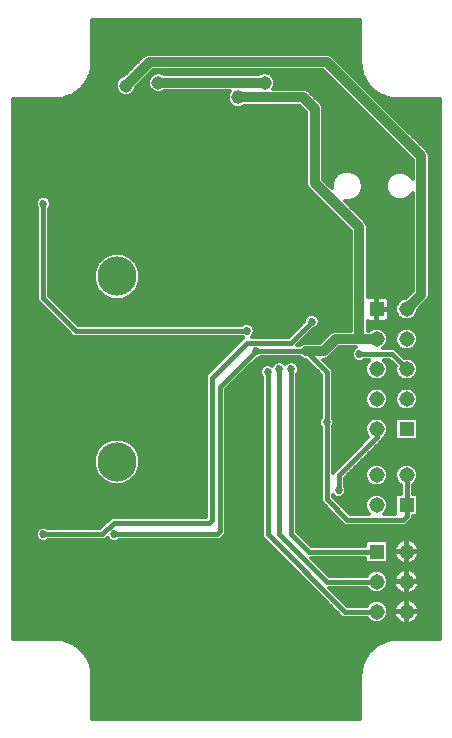
<source format=gbl>
G75*
G70*
%OFA0B0*%
%FSLAX24Y24*%
%IPPOS*%
%LPD*%
%AMOC8*
5,1,8,0,0,1.08239X$1,22.5*
%
%ADD10C,0.1306*%
%ADD11R,0.0515X0.0515*%
%ADD12C,0.0515*%
%ADD13C,0.0120*%
%ADD14C,0.0375*%
%ADD15C,0.0320*%
%ADD16C,0.0450*%
%ADD17C,0.0320*%
%ADD18C,0.0270*%
%ADD19C,0.0160*%
%ADD20C,0.0454*%
D10*
X005859Y013115D03*
X005859Y019296D03*
D11*
X014513Y018205D03*
X015513Y014205D03*
X015513Y011670D03*
X014513Y010119D03*
D12*
X014513Y009119D03*
X014513Y008119D03*
X015513Y008119D03*
X015513Y009119D03*
X015513Y010119D03*
X014513Y011670D03*
X014513Y012670D03*
X015513Y012670D03*
X014513Y014205D03*
X014513Y015205D03*
X014513Y016205D03*
X014513Y017205D03*
X015513Y017205D03*
X015513Y016205D03*
X015513Y015205D03*
X015513Y018205D03*
D13*
X004930Y006462D02*
X004975Y006342D01*
X004979Y006339D01*
X004983Y006319D01*
X004990Y006300D01*
X004988Y006295D01*
X005016Y006169D01*
X005019Y006166D01*
X005021Y006146D01*
X005025Y006126D01*
X005022Y006122D01*
X005031Y005996D01*
X005033Y005994D01*
X005033Y005971D01*
X005035Y005949D01*
X005033Y005947D01*
X005033Y004554D01*
X013968Y004554D01*
X013968Y005947D01*
X013967Y005949D01*
X013968Y005971D01*
X013968Y005994D01*
X013970Y005996D01*
X013979Y006122D01*
X013976Y006126D01*
X013981Y006146D01*
X013982Y006166D01*
X013986Y006169D01*
X014013Y006295D01*
X014011Y006300D01*
X014018Y006319D01*
X014023Y006339D01*
X014027Y006342D01*
X014072Y006462D01*
X014071Y006467D01*
X014080Y006485D01*
X014088Y006504D01*
X014092Y006506D01*
X014154Y006619D01*
X014153Y006624D01*
X014165Y006640D01*
X014175Y006658D01*
X014180Y006660D01*
X014257Y006763D01*
X014257Y006767D01*
X014271Y006782D01*
X014284Y006798D01*
X014289Y006799D01*
X014379Y006890D01*
X014380Y006895D01*
X014397Y006907D01*
X014411Y006922D01*
X014416Y006922D01*
X014519Y006999D01*
X014520Y007003D01*
X014538Y007013D01*
X014555Y007026D01*
X014560Y007025D01*
X014673Y007087D01*
X014675Y007091D01*
X014694Y007098D01*
X014712Y007108D01*
X014717Y007107D01*
X014837Y007152D01*
X014840Y007156D01*
X014860Y007160D01*
X014879Y007167D01*
X014883Y007165D01*
X015009Y007193D01*
X015012Y007196D01*
X015033Y007198D01*
X015053Y007202D01*
X015057Y007199D01*
X015183Y007208D01*
X015185Y007210D01*
X015207Y007210D01*
X015230Y007212D01*
X015232Y007210D01*
X016624Y007210D01*
X016624Y025200D01*
X015232Y025200D01*
X015230Y025199D01*
X015207Y025200D01*
X015185Y025200D01*
X015183Y025202D01*
X015057Y025211D01*
X015053Y025209D01*
X015033Y025213D01*
X015012Y025214D01*
X015009Y025218D01*
X014883Y025245D01*
X014879Y025243D01*
X014860Y025251D01*
X014840Y025255D01*
X014837Y025259D01*
X014717Y025304D01*
X014712Y025303D01*
X014694Y025313D01*
X014675Y025320D01*
X014673Y025324D01*
X014560Y025386D01*
X014555Y025385D01*
X014538Y025397D01*
X014520Y025407D01*
X014519Y025412D01*
X014416Y025489D01*
X014411Y025489D01*
X014397Y025504D01*
X014380Y025516D01*
X014379Y025521D01*
X014289Y025612D01*
X014284Y025612D01*
X014271Y025629D01*
X014257Y025643D01*
X014257Y025648D01*
X014180Y025751D01*
X014175Y025752D01*
X014165Y025770D01*
X014153Y025787D01*
X014154Y025792D01*
X014092Y025905D01*
X014088Y025907D01*
X014080Y025926D01*
X014071Y025944D01*
X014072Y025949D01*
X014027Y026069D01*
X014023Y026072D01*
X014018Y026092D01*
X014011Y026111D01*
X014013Y026116D01*
X013986Y026241D01*
X013982Y026244D01*
X013981Y026265D01*
X013976Y026285D01*
X013979Y026289D01*
X013970Y026415D01*
X013968Y026417D01*
X013968Y026439D01*
X013967Y026462D01*
X013968Y026464D01*
X013968Y027856D01*
X005033Y027856D01*
X005033Y026464D01*
X005035Y026462D01*
X005033Y026439D01*
X005033Y026417D01*
X005031Y026415D01*
X005022Y026289D01*
X005025Y026285D01*
X005021Y026265D01*
X005019Y026244D01*
X005016Y026241D01*
X004988Y026116D01*
X004990Y026111D01*
X004983Y026092D01*
X004979Y026072D01*
X004975Y026069D01*
X004930Y025949D01*
X004931Y025944D01*
X004921Y025926D01*
X004914Y025907D01*
X004910Y025905D01*
X004848Y025792D01*
X004849Y025787D01*
X004836Y025770D01*
X004826Y025752D01*
X004822Y025751D01*
X004745Y025648D01*
X004745Y025643D01*
X004730Y025629D01*
X004718Y025612D01*
X004713Y025612D01*
X004622Y025521D01*
X004621Y025516D01*
X004605Y025504D01*
X004590Y025489D01*
X004586Y025489D01*
X004483Y025412D01*
X004481Y025407D01*
X004463Y025397D01*
X004447Y025385D01*
X004442Y025386D01*
X004329Y025324D01*
X004327Y025320D01*
X004308Y025313D01*
X004290Y025303D01*
X004285Y025304D01*
X004165Y025259D01*
X004162Y025255D01*
X004142Y025251D01*
X004123Y025243D01*
X004118Y025245D01*
X003992Y025218D01*
X003989Y025214D01*
X003969Y025213D01*
X003949Y025209D01*
X003945Y025211D01*
X003819Y025202D01*
X003817Y025200D01*
X003794Y025200D01*
X003772Y025199D01*
X003770Y025200D01*
X002377Y025200D01*
X002377Y007210D01*
X003770Y007210D01*
X003772Y007212D01*
X003794Y007210D01*
X003817Y007210D01*
X003819Y007208D01*
X003945Y007199D01*
X003949Y007202D01*
X003969Y007198D01*
X003989Y007196D01*
X003992Y007193D01*
X004118Y007165D01*
X004123Y007167D01*
X004142Y007160D01*
X004162Y007156D01*
X004165Y007152D01*
X004285Y007107D01*
X004290Y007108D01*
X004308Y007098D01*
X004327Y007091D01*
X004329Y007087D01*
X004442Y007025D01*
X004447Y007026D01*
X004463Y007013D01*
X004481Y007003D01*
X004483Y006999D01*
X004586Y006922D01*
X004590Y006922D01*
X004605Y006907D01*
X004621Y006895D01*
X004622Y006890D01*
X004713Y006799D01*
X004718Y006798D01*
X004730Y006782D01*
X004745Y006767D01*
X004745Y006763D01*
X004822Y006660D01*
X004826Y006658D01*
X004836Y006640D01*
X004849Y006624D01*
X004848Y006619D01*
X004910Y006506D01*
X004914Y006504D01*
X004921Y006485D01*
X004931Y006467D01*
X004930Y006462D01*
X004949Y006410D02*
X014052Y006410D01*
X014012Y006291D02*
X004989Y006291D01*
X005015Y006172D02*
X013987Y006172D01*
X013974Y006054D02*
X005027Y006054D01*
X005033Y005935D02*
X013968Y005935D01*
X013968Y005817D02*
X005033Y005817D01*
X005033Y005698D02*
X013968Y005698D01*
X013968Y005580D02*
X005033Y005580D01*
X005033Y005461D02*
X013968Y005461D01*
X013968Y005343D02*
X005033Y005343D01*
X005033Y005224D02*
X013968Y005224D01*
X013968Y005106D02*
X005033Y005106D01*
X005033Y004987D02*
X013968Y004987D01*
X013968Y004869D02*
X005033Y004869D01*
X005033Y004750D02*
X013968Y004750D01*
X013968Y004631D02*
X005033Y004631D01*
X004897Y006528D02*
X014104Y006528D01*
X014169Y006647D02*
X004833Y006647D01*
X004745Y006765D02*
X014257Y006765D01*
X014373Y006884D02*
X004628Y006884D01*
X004482Y007002D02*
X014520Y007002D01*
X014755Y007121D02*
X004247Y007121D01*
X002377Y007239D02*
X016624Y007239D01*
X016624Y007358D02*
X002377Y007358D01*
X002377Y007476D02*
X016624Y007476D01*
X016624Y007595D02*
X002377Y007595D01*
X002377Y007714D02*
X015409Y007714D01*
X015415Y007712D02*
X015480Y007701D01*
X015494Y007701D01*
X015494Y008100D01*
X015531Y008100D01*
X015531Y007701D01*
X015545Y007701D01*
X015610Y007712D01*
X015673Y007732D01*
X015731Y007762D01*
X015785Y007800D01*
X015831Y007847D01*
X015870Y007900D01*
X015899Y007958D01*
X015920Y008021D01*
X015930Y008086D01*
X015930Y008100D01*
X015532Y008100D01*
X015532Y008137D01*
X015930Y008137D01*
X015930Y008152D01*
X015920Y008216D01*
X015899Y008279D01*
X015870Y008338D01*
X015831Y008391D01*
X015785Y008437D01*
X015731Y008476D01*
X015673Y008506D01*
X015610Y008526D01*
X015545Y008536D01*
X015531Y008536D01*
X015531Y008138D01*
X015494Y008138D01*
X015494Y008536D01*
X015480Y008536D01*
X015415Y008526D01*
X015352Y008506D01*
X015294Y008476D01*
X015241Y008437D01*
X015194Y008391D01*
X015156Y008338D01*
X015126Y008279D01*
X015105Y008216D01*
X015095Y008152D01*
X015095Y008137D01*
X015494Y008137D01*
X015494Y008100D01*
X015095Y008100D01*
X015095Y008086D01*
X015105Y008021D01*
X015126Y007958D01*
X015156Y007900D01*
X015194Y007847D01*
X015241Y007800D01*
X015294Y007762D01*
X015352Y007732D01*
X015415Y007712D01*
X015494Y007714D02*
X015531Y007714D01*
X015616Y007714D02*
X016624Y007714D01*
X016624Y007832D02*
X015816Y007832D01*
X015895Y007951D02*
X016624Y007951D01*
X016624Y008069D02*
X015927Y008069D01*
X015924Y008188D02*
X016624Y008188D01*
X016624Y008306D02*
X015886Y008306D01*
X015797Y008425D02*
X016624Y008425D01*
X016624Y008543D02*
X013312Y008543D01*
X013430Y008425D02*
X014285Y008425D01*
X014299Y008439D02*
X014193Y008333D01*
X014187Y008319D01*
X013536Y008319D01*
X012936Y008919D01*
X014187Y008919D01*
X014193Y008905D01*
X014299Y008799D01*
X014437Y008741D01*
X014588Y008741D01*
X014726Y008799D01*
X014833Y008905D01*
X014890Y009044D01*
X014890Y009194D01*
X014833Y009333D01*
X014726Y009439D01*
X014588Y009496D01*
X014437Y009496D01*
X014299Y009439D01*
X014193Y009333D01*
X014187Y009319D01*
X012930Y009319D01*
X012330Y009919D01*
X014135Y009919D01*
X014135Y009812D01*
X014205Y009741D01*
X014820Y009741D01*
X014890Y009812D01*
X014890Y010426D01*
X014820Y010496D01*
X014205Y010496D01*
X014135Y010426D01*
X014135Y010319D01*
X012324Y010319D01*
X011866Y010776D01*
X011866Y016045D01*
X011882Y016061D01*
X011921Y016155D01*
X011921Y016256D01*
X011882Y016350D01*
X011811Y016421D01*
X011717Y016460D01*
X011615Y016460D01*
X011522Y016421D01*
X011469Y016369D01*
X011417Y016421D01*
X011323Y016460D01*
X011222Y016460D01*
X011128Y016421D01*
X011056Y016350D01*
X011039Y016307D01*
X011023Y016323D01*
X010929Y016362D01*
X010828Y016362D01*
X010734Y016323D01*
X010663Y016251D01*
X010624Y016158D01*
X010624Y016056D01*
X010663Y015962D01*
X010679Y015946D01*
X010679Y010776D01*
X010679Y010611D01*
X013371Y007919D01*
X013536Y007919D01*
X014187Y007919D01*
X014193Y007905D01*
X014299Y007799D01*
X014437Y007741D01*
X014588Y007741D01*
X014726Y007799D01*
X014833Y007905D01*
X014890Y008044D01*
X014890Y008194D01*
X014833Y008333D01*
X014726Y008439D01*
X014588Y008496D01*
X014437Y008496D01*
X014299Y008439D01*
X014343Y008780D02*
X013075Y008780D01*
X013193Y008662D02*
X016624Y008662D01*
X016624Y008780D02*
X015757Y008780D01*
X015731Y008762D02*
X015785Y008800D01*
X015831Y008847D01*
X015870Y008900D01*
X015899Y008958D01*
X015920Y009021D01*
X015930Y009086D01*
X015930Y009100D01*
X015532Y009100D01*
X015532Y009137D01*
X015930Y009137D01*
X015930Y009152D01*
X015920Y009216D01*
X015899Y009279D01*
X015870Y009338D01*
X015831Y009391D01*
X015785Y009437D01*
X015731Y009476D01*
X015673Y009506D01*
X015610Y009526D01*
X015545Y009536D01*
X015531Y009536D01*
X015531Y009138D01*
X015494Y009138D01*
X015494Y009536D01*
X015480Y009536D01*
X015415Y009526D01*
X015352Y009506D01*
X015294Y009476D01*
X015241Y009437D01*
X015194Y009391D01*
X015156Y009338D01*
X015126Y009279D01*
X015105Y009216D01*
X015095Y009152D01*
X015095Y009137D01*
X015494Y009137D01*
X015494Y009100D01*
X015531Y009100D01*
X015531Y008701D01*
X015545Y008701D01*
X015610Y008712D01*
X015673Y008732D01*
X015731Y008762D01*
X015869Y008899D02*
X016624Y008899D01*
X016624Y009018D02*
X015919Y009018D01*
X015907Y009255D02*
X016624Y009255D01*
X016624Y009373D02*
X015844Y009373D01*
X015700Y009492D02*
X016624Y009492D01*
X016624Y009610D02*
X012639Y009610D01*
X012757Y009492D02*
X014427Y009492D01*
X014599Y009492D02*
X015325Y009492D01*
X015494Y009492D02*
X015531Y009492D01*
X015531Y009373D02*
X015494Y009373D01*
X015494Y009255D02*
X015531Y009255D01*
X015532Y009136D02*
X016624Y009136D01*
X016624Y009729D02*
X015663Y009729D01*
X015673Y009732D02*
X015731Y009762D01*
X015785Y009800D01*
X015831Y009847D01*
X015870Y009900D01*
X015899Y009958D01*
X015920Y010021D01*
X015930Y010086D01*
X015930Y010100D01*
X015532Y010100D01*
X015532Y010137D01*
X015930Y010137D01*
X015930Y010152D01*
X015920Y010216D01*
X015899Y010279D01*
X015870Y010338D01*
X015831Y010391D01*
X015785Y010437D01*
X015731Y010476D01*
X015673Y010506D01*
X015610Y010526D01*
X015545Y010536D01*
X015531Y010536D01*
X015531Y010138D01*
X015494Y010138D01*
X015494Y010536D01*
X015480Y010536D01*
X015415Y010526D01*
X015352Y010506D01*
X015294Y010476D01*
X015241Y010437D01*
X015194Y010391D01*
X015156Y010338D01*
X015126Y010279D01*
X015105Y010216D01*
X015095Y010152D01*
X015095Y010137D01*
X015494Y010137D01*
X015494Y010100D01*
X015531Y010100D01*
X015531Y009701D01*
X015545Y009701D01*
X015610Y009712D01*
X015673Y009732D01*
X015531Y009729D02*
X015494Y009729D01*
X015494Y009701D02*
X015494Y010100D01*
X015095Y010100D01*
X015095Y010086D01*
X015105Y010021D01*
X015126Y009958D01*
X015156Y009900D01*
X015194Y009847D01*
X015241Y009800D01*
X015294Y009762D01*
X015352Y009732D01*
X015415Y009712D01*
X015480Y009701D01*
X015494Y009701D01*
X015362Y009729D02*
X012520Y009729D01*
X012401Y009847D02*
X014135Y009847D01*
X014135Y010321D02*
X012321Y010321D01*
X012202Y010440D02*
X014149Y010440D01*
X013619Y010986D02*
X015489Y010986D01*
X015606Y011103D01*
X015713Y011209D01*
X015713Y011292D01*
X015820Y011292D01*
X015890Y011363D01*
X015890Y011977D01*
X015820Y012047D01*
X015713Y012047D01*
X015713Y012344D01*
X015726Y012350D01*
X015833Y012456D01*
X015890Y012595D01*
X015890Y012745D01*
X015833Y012884D01*
X015726Y012990D01*
X015588Y013047D01*
X015437Y013047D01*
X015299Y012990D01*
X015193Y012884D01*
X015135Y012745D01*
X015135Y012595D01*
X015193Y012456D01*
X015299Y012350D01*
X015313Y012344D01*
X015313Y012047D01*
X015205Y012047D01*
X015135Y011977D01*
X015135Y011386D01*
X014762Y011386D01*
X014833Y011456D01*
X014890Y011595D01*
X014890Y011745D01*
X014833Y011884D01*
X014726Y011990D01*
X014588Y012047D01*
X014437Y012047D01*
X014299Y011990D01*
X014193Y011884D01*
X014135Y011745D01*
X014135Y011595D01*
X014193Y011456D01*
X014263Y011386D01*
X013619Y011386D01*
X013047Y011957D01*
X013047Y012003D01*
X013096Y011954D01*
X013190Y011915D01*
X013292Y011915D01*
X013385Y011954D01*
X013457Y012025D01*
X013496Y012119D01*
X013496Y012221D01*
X013457Y012314D01*
X013441Y012331D01*
X013441Y012579D01*
X014713Y013851D01*
X014713Y013880D01*
X014726Y013885D01*
X014833Y013991D01*
X014890Y014130D01*
X014890Y014280D01*
X014833Y014419D01*
X014726Y014525D01*
X014588Y014583D01*
X014437Y014583D01*
X014299Y014525D01*
X014193Y014419D01*
X014135Y014280D01*
X014135Y014130D01*
X014193Y013991D01*
X014240Y013944D01*
X013047Y012751D01*
X013047Y014273D01*
X013063Y014289D01*
X013102Y014383D01*
X013102Y014484D01*
X013063Y014578D01*
X013047Y014594D01*
X013047Y016024D01*
X013047Y016190D01*
X012721Y016516D01*
X012804Y016516D01*
X012907Y016559D01*
X013274Y016925D01*
X013814Y016925D01*
X013785Y016914D01*
X013714Y016842D01*
X013675Y016748D01*
X013675Y016647D01*
X013714Y016553D01*
X013785Y016481D01*
X013879Y016442D01*
X013981Y016442D01*
X014074Y016481D01*
X014091Y016497D01*
X014271Y016497D01*
X014193Y016419D01*
X014135Y016280D01*
X014135Y016130D01*
X013047Y016130D01*
X013047Y016012D02*
X014184Y016012D01*
X014193Y015991D02*
X014299Y015885D01*
X014437Y015828D01*
X014588Y015828D01*
X014726Y015885D01*
X014833Y015991D01*
X014890Y016130D01*
X015135Y016130D01*
X015193Y015991D01*
X015299Y015885D01*
X015437Y015828D01*
X015588Y015828D01*
X015726Y015885D01*
X015833Y015991D01*
X015890Y016130D01*
X016624Y016130D01*
X016624Y016012D02*
X015841Y016012D01*
X015890Y016130D02*
X015890Y016280D01*
X015833Y016419D01*
X015726Y016525D01*
X015588Y016583D01*
X015437Y016583D01*
X015424Y016577D01*
X015103Y016897D01*
X014938Y016897D01*
X014738Y016897D01*
X014833Y016991D01*
X014890Y017130D01*
X014890Y017280D01*
X014833Y017419D01*
X014726Y017525D01*
X014588Y017583D01*
X014437Y017583D01*
X014299Y017525D01*
X014259Y017485D01*
X014210Y017485D01*
X014210Y017794D01*
X014234Y017788D01*
X014494Y017788D01*
X014494Y018186D01*
X014531Y018186D01*
X014531Y017788D01*
X014791Y017788D01*
X014832Y017799D01*
X014868Y017820D01*
X014898Y017850D01*
X014919Y017886D01*
X014930Y017927D01*
X014930Y018187D01*
X014532Y018187D01*
X014532Y018224D01*
X014930Y018224D01*
X014930Y018484D01*
X014919Y018525D01*
X014898Y018561D01*
X014868Y018591D01*
X014832Y018612D01*
X014791Y018623D01*
X014531Y018623D01*
X014531Y018224D01*
X014494Y018224D01*
X014494Y018623D01*
X014234Y018623D01*
X014210Y018616D01*
X014210Y020985D01*
X014167Y021088D01*
X014089Y021167D01*
X013462Y021793D01*
X013629Y021793D01*
X013818Y021872D01*
X013962Y022016D01*
X014041Y022205D01*
X014041Y022410D01*
X013962Y022599D01*
X013818Y022744D01*
X013629Y022822D01*
X013424Y022822D01*
X013235Y022744D01*
X013090Y022599D01*
X013012Y022410D01*
X013012Y022244D01*
X012734Y022522D01*
X012734Y024922D01*
X012691Y025025D01*
X012612Y025104D01*
X012218Y025498D01*
X012116Y025540D01*
X012004Y025540D01*
X011056Y025540D01*
X011073Y025557D01*
X011125Y025684D01*
X011125Y025821D01*
X011073Y025948D01*
X010976Y026045D01*
X010849Y026098D01*
X010712Y026098D01*
X010585Y026045D01*
X010572Y026033D01*
X007445Y026033D01*
X007432Y026045D01*
X007306Y026098D01*
X007168Y026098D01*
X007042Y026045D01*
X006945Y025948D01*
X006892Y025821D01*
X006892Y025684D01*
X006945Y025557D01*
X007042Y025460D01*
X007168Y025408D01*
X007306Y025408D01*
X007432Y025460D01*
X007445Y025473D01*
X009616Y025473D01*
X009601Y025457D01*
X009548Y025329D01*
X009548Y025191D01*
X009601Y025064D01*
X009698Y024966D01*
X009825Y024914D01*
X009963Y024914D01*
X010091Y024966D01*
X010105Y024980D01*
X011944Y024980D01*
X012174Y024751D01*
X012174Y022462D01*
X012174Y022350D01*
X012216Y022248D01*
X013650Y020814D01*
X013650Y017485D01*
X013214Y017485D01*
X013103Y017485D01*
X013000Y017443D01*
X012633Y017076D01*
X012103Y017076D01*
X012000Y017033D01*
X011962Y016996D01*
X011854Y016996D01*
X012383Y017525D01*
X012406Y017525D01*
X012500Y017564D01*
X012571Y017636D01*
X012610Y017729D01*
X012610Y017831D01*
X012571Y017925D01*
X012500Y017996D01*
X012406Y018035D01*
X012304Y018035D01*
X012211Y017996D01*
X012139Y017925D01*
X012100Y017831D01*
X012100Y017808D01*
X011583Y017291D01*
X010357Y017291D01*
X010406Y017340D01*
X010445Y017434D01*
X010445Y017536D01*
X010406Y017629D01*
X010334Y017701D01*
X010240Y017740D01*
X010139Y017740D01*
X010045Y017701D01*
X010029Y017685D01*
X004564Y017685D01*
X003598Y018650D01*
X003598Y021557D01*
X003615Y021573D01*
X003653Y021666D01*
X003653Y021768D01*
X003615Y021862D01*
X003543Y021933D01*
X003449Y021972D01*
X003348Y021972D01*
X003254Y021933D01*
X003182Y021862D01*
X003143Y021768D01*
X003143Y021666D01*
X003182Y021573D01*
X003198Y021557D01*
X003198Y018485D01*
X003316Y018368D01*
X004398Y017285D01*
X004564Y017285D01*
X010029Y017285D01*
X010045Y017269D01*
X010073Y017257D01*
X009990Y017174D01*
X008809Y015993D01*
X008809Y015827D01*
X008809Y011287D01*
X005678Y011287D01*
X005561Y011170D01*
X005284Y010894D01*
X003559Y010894D01*
X003543Y010910D01*
X003449Y010949D01*
X003348Y010949D01*
X003254Y010910D01*
X003182Y010838D01*
X003143Y010744D01*
X003143Y010643D01*
X003182Y010549D01*
X003254Y010477D01*
X003348Y010439D01*
X003449Y010439D01*
X003543Y010477D01*
X003559Y010494D01*
X005284Y010494D01*
X005450Y010494D01*
X005533Y010577D01*
X005544Y010549D01*
X005616Y010477D01*
X005710Y010439D01*
X005811Y010439D01*
X005905Y010477D01*
X005921Y010494D01*
X009123Y010494D01*
X009288Y010494D01*
X009387Y010592D01*
X009504Y010709D01*
X009504Y015532D01*
X010513Y016541D01*
X010536Y016541D01*
X010629Y016580D01*
X010646Y016596D01*
X011962Y016596D01*
X012000Y016559D01*
X012103Y016516D01*
X012155Y016516D01*
X012647Y016024D01*
X012647Y014594D01*
X012631Y014578D01*
X012592Y014484D01*
X012592Y014383D01*
X012631Y014289D01*
X012647Y014273D01*
X012647Y011792D01*
X012764Y011675D01*
X012764Y011675D01*
X013453Y010986D01*
X013619Y010986D01*
X013406Y011033D02*
X011866Y011033D01*
X011866Y011151D02*
X013288Y011151D01*
X013169Y011270D02*
X011866Y011270D01*
X011866Y011388D02*
X013051Y011388D01*
X012932Y011507D02*
X011866Y011507D01*
X011866Y011625D02*
X012814Y011625D01*
X012695Y011744D02*
X011866Y011744D01*
X011866Y011863D02*
X012647Y011863D01*
X012647Y011981D02*
X011866Y011981D01*
X011866Y012100D02*
X012647Y012100D01*
X012647Y012218D02*
X011866Y012218D01*
X011866Y012337D02*
X012647Y012337D01*
X012647Y012455D02*
X011866Y012455D01*
X011866Y012574D02*
X012647Y012574D01*
X012647Y012692D02*
X011866Y012692D01*
X011866Y012811D02*
X012647Y012811D01*
X012647Y012929D02*
X011866Y012929D01*
X011866Y013048D02*
X012647Y013048D01*
X012647Y013167D02*
X011866Y013167D01*
X011866Y013285D02*
X012647Y013285D01*
X012647Y013404D02*
X011866Y013404D01*
X011866Y013522D02*
X012647Y013522D01*
X012647Y013641D02*
X011866Y013641D01*
X011866Y013759D02*
X012647Y013759D01*
X012647Y013878D02*
X011866Y013878D01*
X011866Y013996D02*
X012647Y013996D01*
X012647Y014115D02*
X011866Y014115D01*
X011866Y014233D02*
X012647Y014233D01*
X012605Y014352D02*
X011866Y014352D01*
X011866Y014471D02*
X012592Y014471D01*
X012642Y014589D02*
X011866Y014589D01*
X011866Y014708D02*
X012647Y014708D01*
X012647Y014826D02*
X011866Y014826D01*
X011866Y014945D02*
X012647Y014945D01*
X012647Y015063D02*
X011866Y015063D01*
X011866Y015182D02*
X012647Y015182D01*
X012647Y015300D02*
X011866Y015300D01*
X011866Y015419D02*
X012647Y015419D01*
X012647Y015537D02*
X011866Y015537D01*
X011866Y015656D02*
X012647Y015656D01*
X012647Y015774D02*
X011866Y015774D01*
X011866Y015893D02*
X012647Y015893D01*
X012647Y016012D02*
X011866Y016012D01*
X011911Y016130D02*
X012541Y016130D01*
X012423Y016249D02*
X011921Y016249D01*
X011865Y016367D02*
X012304Y016367D01*
X012186Y016486D02*
X010458Y016486D01*
X010339Y016367D02*
X011074Y016367D01*
X010661Y016249D02*
X010221Y016249D01*
X010102Y016130D02*
X010624Y016130D01*
X010642Y016012D02*
X009984Y016012D01*
X009865Y015893D02*
X010679Y015893D01*
X010679Y015774D02*
X009746Y015774D01*
X009628Y015656D02*
X010679Y015656D01*
X010679Y015537D02*
X009509Y015537D01*
X009504Y015419D02*
X010679Y015419D01*
X010679Y015300D02*
X009504Y015300D01*
X009504Y015182D02*
X010679Y015182D01*
X010679Y015063D02*
X009504Y015063D01*
X009504Y014945D02*
X010679Y014945D01*
X010679Y014826D02*
X009504Y014826D01*
X009504Y014708D02*
X010679Y014708D01*
X010679Y014589D02*
X009504Y014589D01*
X009504Y014471D02*
X010679Y014471D01*
X010679Y014352D02*
X009504Y014352D01*
X009504Y014233D02*
X010679Y014233D01*
X010679Y014115D02*
X009504Y014115D01*
X009504Y013996D02*
X010679Y013996D01*
X010679Y013878D02*
X009504Y013878D01*
X009504Y013759D02*
X010679Y013759D01*
X010679Y013641D02*
X009504Y013641D01*
X009504Y013522D02*
X010679Y013522D01*
X010679Y013404D02*
X009504Y013404D01*
X009504Y013285D02*
X010679Y013285D01*
X010679Y013167D02*
X009504Y013167D01*
X009504Y013048D02*
X010679Y013048D01*
X010679Y012929D02*
X009504Y012929D01*
X009504Y012811D02*
X010679Y012811D01*
X010679Y012692D02*
X009504Y012692D01*
X009504Y012574D02*
X010679Y012574D01*
X010679Y012455D02*
X009504Y012455D01*
X009504Y012337D02*
X010679Y012337D01*
X010679Y012218D02*
X009504Y012218D01*
X009504Y012100D02*
X010679Y012100D01*
X010679Y011981D02*
X009504Y011981D01*
X009504Y011863D02*
X010679Y011863D01*
X010679Y011744D02*
X009504Y011744D01*
X009504Y011625D02*
X010679Y011625D01*
X010679Y011507D02*
X009504Y011507D01*
X009504Y011388D02*
X010679Y011388D01*
X010679Y011270D02*
X009504Y011270D01*
X009504Y011151D02*
X010679Y011151D01*
X010679Y011033D02*
X009504Y011033D01*
X009504Y010914D02*
X010679Y010914D01*
X010679Y010796D02*
X009504Y010796D01*
X009472Y010677D02*
X010679Y010677D01*
X010731Y010559D02*
X009353Y010559D01*
X008809Y011388D02*
X002377Y011388D01*
X002377Y011270D02*
X005660Y011270D01*
X005542Y011151D02*
X002377Y011151D01*
X002377Y011033D02*
X005423Y011033D01*
X005305Y010914D02*
X003532Y010914D01*
X003265Y010914D02*
X002377Y010914D01*
X002377Y010796D02*
X003165Y010796D01*
X003143Y010677D02*
X002377Y010677D01*
X002377Y010559D02*
X003178Y010559D01*
X003344Y010440D02*
X002377Y010440D01*
X002377Y010321D02*
X010968Y010321D01*
X011086Y010203D02*
X002377Y010203D01*
X002377Y010084D02*
X011205Y010084D01*
X011324Y009966D02*
X002377Y009966D01*
X002377Y009847D02*
X011442Y009847D01*
X011561Y009729D02*
X002377Y009729D01*
X002377Y009610D02*
X011679Y009610D01*
X011798Y009492D02*
X002377Y009492D01*
X002377Y009373D02*
X011916Y009373D01*
X012035Y009255D02*
X002377Y009255D01*
X002377Y009136D02*
X012153Y009136D01*
X012272Y009018D02*
X002377Y009018D01*
X002377Y008899D02*
X012390Y008899D01*
X012509Y008780D02*
X002377Y008780D01*
X002377Y008662D02*
X012628Y008662D01*
X012746Y008543D02*
X002377Y008543D01*
X002377Y008425D02*
X012865Y008425D01*
X012983Y008306D02*
X002377Y008306D01*
X002377Y008188D02*
X013102Y008188D01*
X013220Y008069D02*
X002377Y008069D01*
X002377Y007951D02*
X013339Y007951D01*
X012956Y008899D02*
X014199Y008899D01*
X014233Y009373D02*
X012876Y009373D01*
X012084Y010559D02*
X016624Y010559D01*
X016624Y010677D02*
X011965Y010677D01*
X011866Y010796D02*
X016624Y010796D01*
X016624Y010914D02*
X011866Y010914D01*
X010849Y010440D02*
X005815Y010440D01*
X005706Y010440D02*
X003453Y010440D01*
X002377Y011507D02*
X008809Y011507D01*
X008809Y011625D02*
X002377Y011625D01*
X002377Y011744D02*
X008809Y011744D01*
X008809Y011863D02*
X002377Y011863D01*
X002377Y011981D02*
X008809Y011981D01*
X008809Y012100D02*
X002377Y012100D01*
X002377Y012218D02*
X008809Y012218D01*
X008809Y012337D02*
X002377Y012337D01*
X002377Y012455D02*
X005432Y012455D01*
X005421Y012460D02*
X005204Y012677D01*
X005086Y012961D01*
X005086Y013269D01*
X005204Y013553D01*
X005421Y013770D01*
X005705Y013888D01*
X006013Y013888D01*
X006297Y013770D01*
X006514Y013553D01*
X006632Y013269D01*
X006632Y012961D01*
X006514Y012677D01*
X006297Y012460D01*
X006013Y012342D01*
X005705Y012342D01*
X005421Y012460D01*
X005307Y012574D02*
X002377Y012574D01*
X002377Y012692D02*
X005198Y012692D01*
X005148Y012811D02*
X002377Y012811D01*
X002377Y012929D02*
X005099Y012929D01*
X005086Y013048D02*
X002377Y013048D01*
X002377Y013167D02*
X005086Y013167D01*
X005093Y013285D02*
X002377Y013285D01*
X002377Y013404D02*
X005142Y013404D01*
X005191Y013522D02*
X002377Y013522D01*
X002377Y013641D02*
X005292Y013641D01*
X005411Y013759D02*
X002377Y013759D01*
X002377Y013878D02*
X005682Y013878D01*
X006036Y013878D02*
X008809Y013878D01*
X008809Y013996D02*
X002377Y013996D01*
X002377Y014115D02*
X008809Y014115D01*
X008809Y014233D02*
X002377Y014233D01*
X002377Y014352D02*
X008809Y014352D01*
X008809Y014471D02*
X002377Y014471D01*
X002377Y014589D02*
X008809Y014589D01*
X008809Y014708D02*
X002377Y014708D01*
X002377Y014826D02*
X008809Y014826D01*
X008809Y014945D02*
X002377Y014945D01*
X002377Y015063D02*
X008809Y015063D01*
X008809Y015182D02*
X002377Y015182D01*
X002377Y015300D02*
X008809Y015300D01*
X008809Y015419D02*
X002377Y015419D01*
X002377Y015537D02*
X008809Y015537D01*
X008809Y015656D02*
X002377Y015656D01*
X002377Y015774D02*
X008809Y015774D01*
X008809Y015893D02*
X002377Y015893D01*
X002377Y016012D02*
X008827Y016012D01*
X008946Y016130D02*
X002377Y016130D01*
X002377Y016249D02*
X009064Y016249D01*
X009183Y016367D02*
X002377Y016367D01*
X002377Y016486D02*
X009301Y016486D01*
X009420Y016604D02*
X002377Y016604D01*
X002377Y016723D02*
X009539Y016723D01*
X009657Y016841D02*
X002377Y016841D01*
X002377Y016960D02*
X009776Y016960D01*
X009894Y017078D02*
X002377Y017078D01*
X002377Y017197D02*
X010013Y017197D01*
X010381Y017316D02*
X011608Y017316D01*
X011726Y017434D02*
X010445Y017434D01*
X010438Y017553D02*
X011845Y017553D01*
X011963Y017671D02*
X010364Y017671D01*
X011936Y017078D02*
X012635Y017078D01*
X012754Y017197D02*
X012055Y017197D01*
X012173Y017316D02*
X012873Y017316D01*
X012991Y017434D02*
X012292Y017434D01*
X012472Y017553D02*
X013650Y017553D01*
X013650Y017671D02*
X012586Y017671D01*
X012610Y017790D02*
X013650Y017790D01*
X013650Y017908D02*
X012578Y017908D01*
X012426Y018027D02*
X013650Y018027D01*
X013650Y018145D02*
X004103Y018145D01*
X003985Y018264D02*
X013650Y018264D01*
X013650Y018382D02*
X003866Y018382D01*
X003748Y018501D02*
X013650Y018501D01*
X013650Y018620D02*
X006245Y018620D01*
X006297Y018641D02*
X006514Y018858D01*
X006632Y019142D01*
X006632Y019450D01*
X006514Y019734D01*
X006297Y019951D01*
X006013Y020069D01*
X005705Y020069D01*
X005421Y019951D01*
X005204Y019734D01*
X005086Y019450D01*
X005086Y019142D01*
X005204Y018858D01*
X005421Y018641D01*
X005705Y018523D01*
X006013Y018523D01*
X006297Y018641D01*
X006394Y018738D02*
X013650Y018738D01*
X013650Y018857D02*
X006513Y018857D01*
X006563Y018975D02*
X013650Y018975D01*
X013650Y019094D02*
X006612Y019094D01*
X006632Y019212D02*
X013650Y019212D01*
X013650Y019331D02*
X006632Y019331D01*
X006632Y019449D02*
X013650Y019449D01*
X013650Y019568D02*
X006583Y019568D01*
X006534Y019686D02*
X013650Y019686D01*
X013650Y019805D02*
X006443Y019805D01*
X006324Y019924D02*
X013650Y019924D01*
X013650Y020042D02*
X006077Y020042D01*
X005641Y020042D02*
X003598Y020042D01*
X003598Y019924D02*
X005394Y019924D01*
X005275Y019805D02*
X003598Y019805D01*
X003598Y019686D02*
X005184Y019686D01*
X005135Y019568D02*
X003598Y019568D01*
X003598Y019449D02*
X005086Y019449D01*
X005086Y019331D02*
X003598Y019331D01*
X003598Y019212D02*
X005086Y019212D01*
X005106Y019094D02*
X003598Y019094D01*
X003598Y018975D02*
X005155Y018975D01*
X005205Y018857D02*
X003598Y018857D01*
X003598Y018738D02*
X005324Y018738D01*
X005473Y018620D02*
X003629Y018620D01*
X003419Y018264D02*
X002377Y018264D01*
X002377Y018382D02*
X003301Y018382D01*
X003198Y018501D02*
X002377Y018501D01*
X002377Y018620D02*
X003198Y018620D01*
X003198Y018738D02*
X002377Y018738D01*
X002377Y018857D02*
X003198Y018857D01*
X003198Y018975D02*
X002377Y018975D01*
X002377Y019094D02*
X003198Y019094D01*
X003198Y019212D02*
X002377Y019212D01*
X002377Y019331D02*
X003198Y019331D01*
X003198Y019449D02*
X002377Y019449D01*
X002377Y019568D02*
X003198Y019568D01*
X003198Y019686D02*
X002377Y019686D01*
X002377Y019805D02*
X003198Y019805D01*
X003198Y019924D02*
X002377Y019924D01*
X002377Y020042D02*
X003198Y020042D01*
X003198Y020161D02*
X002377Y020161D01*
X002377Y020279D02*
X003198Y020279D01*
X003198Y020398D02*
X002377Y020398D01*
X002377Y020516D02*
X003198Y020516D01*
X003198Y020635D02*
X002377Y020635D01*
X002377Y020753D02*
X003198Y020753D01*
X003198Y020872D02*
X002377Y020872D01*
X002377Y020990D02*
X003198Y020990D01*
X003198Y021109D02*
X002377Y021109D01*
X002377Y021227D02*
X003198Y021227D01*
X003198Y021346D02*
X002377Y021346D01*
X002377Y021465D02*
X003198Y021465D01*
X003178Y021583D02*
X002377Y021583D01*
X002377Y021702D02*
X003143Y021702D01*
X003165Y021820D02*
X002377Y021820D01*
X002377Y021939D02*
X003267Y021939D01*
X003530Y021939D02*
X012525Y021939D01*
X012406Y022057D02*
X002377Y022057D01*
X002377Y022176D02*
X012288Y022176D01*
X012197Y022294D02*
X002377Y022294D01*
X002377Y022413D02*
X012174Y022413D01*
X012174Y022531D02*
X002377Y022531D01*
X002377Y022650D02*
X012174Y022650D01*
X012174Y022769D02*
X002377Y022769D01*
X002377Y022887D02*
X012174Y022887D01*
X012174Y023006D02*
X002377Y023006D01*
X002377Y023124D02*
X012174Y023124D01*
X012174Y023243D02*
X002377Y023243D01*
X002377Y023361D02*
X012174Y023361D01*
X012174Y023480D02*
X002377Y023480D01*
X002377Y023598D02*
X012174Y023598D01*
X012174Y023717D02*
X002377Y023717D01*
X002377Y023835D02*
X012174Y023835D01*
X012174Y023954D02*
X002377Y023954D01*
X002377Y024073D02*
X012174Y024073D01*
X012174Y024191D02*
X002377Y024191D01*
X002377Y024310D02*
X012174Y024310D01*
X012174Y024428D02*
X002377Y024428D01*
X002377Y024547D02*
X012174Y024547D01*
X012174Y024665D02*
X002377Y024665D01*
X002377Y024784D02*
X012141Y024784D01*
X012022Y024902D02*
X002377Y024902D01*
X002377Y025021D02*
X009644Y025021D01*
X009569Y025139D02*
X002377Y025139D01*
X004164Y025258D02*
X009548Y025258D01*
X009567Y025376D02*
X006365Y025376D01*
X006350Y025362D02*
X006447Y025459D01*
X006499Y025586D01*
X006499Y025603D01*
X007058Y026162D01*
X012731Y026162D01*
X015717Y023176D01*
X015717Y022538D01*
X015701Y022577D01*
X015567Y022710D01*
X015392Y022783D01*
X015204Y022783D01*
X015029Y022710D01*
X014895Y022577D01*
X014823Y022402D01*
X014823Y022213D01*
X014895Y022039D01*
X015029Y021905D01*
X015204Y021833D01*
X015392Y021833D01*
X015567Y021905D01*
X015701Y022039D01*
X015717Y022078D01*
X015717Y018806D01*
X015494Y018583D01*
X015437Y018583D01*
X015299Y018525D01*
X015193Y018419D01*
X015135Y018280D01*
X015135Y018130D01*
X015193Y017991D01*
X015299Y017885D01*
X015437Y017828D01*
X015588Y017828D01*
X015726Y017885D01*
X015833Y017991D01*
X015890Y018130D01*
X015890Y018187D01*
X016234Y018531D01*
X016277Y018634D01*
X016277Y018745D01*
X016277Y023348D01*
X016234Y023451D01*
X016155Y023529D01*
X013006Y026679D01*
X012903Y026722D01*
X012792Y026722D01*
X006886Y026722D01*
X006783Y026679D01*
X006704Y026600D01*
X006103Y025999D01*
X006086Y025999D01*
X005959Y025947D01*
X005862Y025850D01*
X005809Y025723D01*
X005809Y025586D01*
X005862Y025459D01*
X005959Y025362D01*
X006086Y025309D01*
X006223Y025309D01*
X006350Y025362D01*
X006462Y025495D02*
X007007Y025495D01*
X006921Y025614D02*
X006510Y025614D01*
X006628Y025732D02*
X006892Y025732D01*
X006904Y025851D02*
X006747Y025851D01*
X006865Y025969D02*
X006966Y025969D01*
X006984Y026088D02*
X007145Y026088D01*
X007329Y026088D02*
X010688Y026088D01*
X010873Y026088D02*
X012805Y026088D01*
X012924Y025969D02*
X011052Y025969D01*
X011113Y025851D02*
X013042Y025851D01*
X013161Y025732D02*
X011125Y025732D01*
X011096Y025614D02*
X013279Y025614D01*
X013398Y025495D02*
X012221Y025495D01*
X012340Y025376D02*
X013516Y025376D01*
X013635Y025258D02*
X012458Y025258D01*
X012577Y025139D02*
X013753Y025139D01*
X013872Y025021D02*
X012693Y025021D01*
X012734Y024902D02*
X013991Y024902D01*
X014109Y024784D02*
X012734Y024784D01*
X012734Y024665D02*
X014228Y024665D01*
X014346Y024547D02*
X012734Y024547D01*
X012734Y024428D02*
X014465Y024428D01*
X014583Y024310D02*
X012734Y024310D01*
X012734Y024191D02*
X014702Y024191D01*
X014820Y024073D02*
X012734Y024073D01*
X012734Y023954D02*
X014939Y023954D01*
X015057Y023835D02*
X012734Y023835D01*
X012734Y023717D02*
X015176Y023717D01*
X015294Y023598D02*
X012734Y023598D01*
X012734Y023480D02*
X015413Y023480D01*
X015532Y023361D02*
X012734Y023361D01*
X012734Y023243D02*
X015650Y023243D01*
X015717Y023124D02*
X012734Y023124D01*
X012734Y023006D02*
X015717Y023006D01*
X015717Y022887D02*
X012734Y022887D01*
X012734Y022769D02*
X013295Y022769D01*
X013141Y022650D02*
X012734Y022650D01*
X012734Y022531D02*
X013062Y022531D01*
X013013Y022413D02*
X012843Y022413D01*
X012961Y022294D02*
X013012Y022294D01*
X012644Y021820D02*
X003632Y021820D01*
X003653Y021702D02*
X012762Y021702D01*
X012881Y021583D02*
X003619Y021583D01*
X003598Y021465D02*
X012999Y021465D01*
X013118Y021346D02*
X003598Y021346D01*
X003598Y021227D02*
X013236Y021227D01*
X013355Y021109D02*
X003598Y021109D01*
X003598Y020990D02*
X013473Y020990D01*
X013592Y020872D02*
X003598Y020872D01*
X003598Y020753D02*
X013650Y020753D01*
X013650Y020635D02*
X003598Y020635D01*
X003598Y020516D02*
X013650Y020516D01*
X013650Y020398D02*
X003598Y020398D01*
X003598Y020279D02*
X013650Y020279D01*
X013650Y020161D02*
X003598Y020161D01*
X003538Y018145D02*
X002377Y018145D01*
X002377Y018027D02*
X003656Y018027D01*
X003775Y017908D02*
X002377Y017908D01*
X002377Y017790D02*
X003893Y017790D01*
X004012Y017671D02*
X002377Y017671D01*
X002377Y017553D02*
X004130Y017553D01*
X004249Y017434D02*
X002377Y017434D01*
X002377Y017316D02*
X004368Y017316D01*
X004459Y017790D02*
X012082Y017790D01*
X012132Y017908D02*
X004341Y017908D01*
X004222Y018027D02*
X012284Y018027D01*
X013190Y016841D02*
X013714Y016841D01*
X013675Y016723D02*
X013072Y016723D01*
X012953Y016604D02*
X013692Y016604D01*
X013781Y016486D02*
X012751Y016486D01*
X012870Y016367D02*
X014171Y016367D01*
X014135Y016249D02*
X012988Y016249D01*
X013047Y015893D02*
X014291Y015893D01*
X014193Y015991D02*
X014135Y016130D01*
X014328Y015537D02*
X013047Y015537D01*
X013047Y015419D02*
X014192Y015419D01*
X014193Y015419D02*
X014135Y015280D01*
X014135Y015130D01*
X014193Y014991D01*
X014299Y014885D01*
X014437Y014828D01*
X014588Y014828D01*
X014726Y014885D01*
X014833Y014991D01*
X014890Y015130D01*
X014890Y015280D01*
X014833Y015419D01*
X015192Y015419D01*
X015193Y015419D02*
X015135Y015280D01*
X015135Y015130D01*
X015193Y014991D01*
X015299Y014885D01*
X015437Y014828D01*
X015588Y014828D01*
X015726Y014885D01*
X015833Y014991D01*
X015890Y015130D01*
X015890Y015280D01*
X015833Y015419D01*
X016624Y015419D01*
X016624Y015537D02*
X015697Y015537D01*
X015726Y015525D02*
X015588Y015583D01*
X015437Y015583D01*
X015299Y015525D01*
X015193Y015419D01*
X015143Y015300D02*
X014882Y015300D01*
X014890Y015182D02*
X015135Y015182D01*
X015163Y015063D02*
X014862Y015063D01*
X014786Y014945D02*
X015239Y014945D01*
X015205Y014583D02*
X015135Y014513D01*
X015135Y013898D01*
X015205Y013828D01*
X015820Y013828D01*
X015890Y013898D01*
X015890Y014513D01*
X015820Y014583D01*
X015205Y014583D01*
X015135Y014471D02*
X014781Y014471D01*
X014860Y014352D02*
X015135Y014352D01*
X015135Y014233D02*
X014890Y014233D01*
X014884Y014115D02*
X015135Y014115D01*
X015135Y013996D02*
X014835Y013996D01*
X014713Y013878D02*
X015155Y013878D01*
X014726Y012990D02*
X014588Y013047D01*
X014437Y013047D01*
X014299Y012990D01*
X014193Y012884D01*
X014135Y012745D01*
X014135Y012595D01*
X014193Y012456D01*
X014299Y012350D01*
X014437Y012292D01*
X014588Y012292D01*
X014726Y012350D01*
X014833Y012456D01*
X014890Y012595D01*
X014890Y012745D01*
X014833Y012884D01*
X014726Y012990D01*
X014787Y012929D02*
X015238Y012929D01*
X015162Y012811D02*
X014863Y012811D01*
X014890Y012692D02*
X015135Y012692D01*
X015144Y012574D02*
X014881Y012574D01*
X014832Y012455D02*
X015193Y012455D01*
X015313Y012337D02*
X014695Y012337D01*
X014735Y011981D02*
X015139Y011981D01*
X015135Y011863D02*
X014841Y011863D01*
X014890Y011744D02*
X015135Y011744D01*
X015135Y011625D02*
X014890Y011625D01*
X014854Y011507D02*
X015135Y011507D01*
X015135Y011388D02*
X014765Y011388D01*
X014260Y011388D02*
X013616Y011388D01*
X013498Y011507D02*
X014171Y011507D01*
X014135Y011625D02*
X013379Y011625D01*
X013261Y011744D02*
X014135Y011744D01*
X014184Y011863D02*
X013142Y011863D01*
X013069Y011981D02*
X013047Y011981D01*
X013413Y011981D02*
X014290Y011981D01*
X014331Y012337D02*
X013441Y012337D01*
X013441Y012455D02*
X014193Y012455D01*
X014144Y012574D02*
X013441Y012574D01*
X013554Y012692D02*
X014135Y012692D01*
X014162Y012811D02*
X013673Y012811D01*
X013791Y012929D02*
X014238Y012929D01*
X014028Y013167D02*
X016624Y013167D01*
X016624Y013285D02*
X014147Y013285D01*
X014265Y013404D02*
X016624Y013404D01*
X016624Y013522D02*
X014384Y013522D01*
X014502Y013641D02*
X016624Y013641D01*
X016624Y013759D02*
X014621Y013759D01*
X014174Y013878D02*
X013047Y013878D01*
X013047Y013996D02*
X014191Y013996D01*
X014141Y014115D02*
X013047Y014115D01*
X013047Y014233D02*
X014135Y014233D01*
X014165Y014352D02*
X013089Y014352D01*
X013102Y014471D02*
X014244Y014471D01*
X014239Y014945D02*
X013047Y014945D01*
X013047Y015063D02*
X014163Y015063D01*
X014135Y015182D02*
X013047Y015182D01*
X013047Y015300D02*
X014143Y015300D01*
X014193Y015419D02*
X014299Y015525D01*
X014437Y015583D01*
X014588Y015583D01*
X014726Y015525D01*
X014833Y015419D01*
X014697Y015537D02*
X015328Y015537D01*
X015291Y015893D02*
X014734Y015893D01*
X014841Y016012D02*
X015184Y016012D01*
X015135Y016130D02*
X015135Y016280D01*
X015141Y016294D01*
X014938Y016497D01*
X014754Y016497D01*
X014833Y016419D01*
X014890Y016280D01*
X014890Y016130D01*
X014890Y016249D02*
X015135Y016249D01*
X015068Y016367D02*
X014854Y016367D01*
X014766Y016486D02*
X014949Y016486D01*
X015278Y016723D02*
X016624Y016723D01*
X016624Y016841D02*
X015620Y016841D01*
X015588Y016828D02*
X015726Y016885D01*
X015833Y016991D01*
X015890Y017130D01*
X015890Y017280D01*
X015833Y017419D01*
X015726Y017525D01*
X015588Y017583D01*
X015437Y017583D01*
X015299Y017525D01*
X015193Y017419D01*
X015135Y017280D01*
X015135Y017130D01*
X015193Y016991D01*
X015299Y016885D01*
X015437Y016828D01*
X015588Y016828D01*
X015405Y016841D02*
X015159Y016841D01*
X015224Y016960D02*
X014801Y016960D01*
X014869Y017078D02*
X015157Y017078D01*
X015135Y017197D02*
X014890Y017197D01*
X014876Y017316D02*
X015150Y017316D01*
X015208Y017434D02*
X014818Y017434D01*
X014660Y017553D02*
X015365Y017553D01*
X015660Y017553D02*
X016624Y017553D01*
X016624Y017671D02*
X014210Y017671D01*
X014210Y017553D02*
X014365Y017553D01*
X014494Y017790D02*
X014531Y017790D01*
X014531Y017908D02*
X014494Y017908D01*
X014494Y018027D02*
X014531Y018027D01*
X014531Y018145D02*
X014494Y018145D01*
X014494Y018264D02*
X014531Y018264D01*
X014531Y018382D02*
X014494Y018382D01*
X014494Y018501D02*
X014531Y018501D01*
X014531Y018620D02*
X014494Y018620D01*
X014222Y018620D02*
X014210Y018620D01*
X014210Y018738D02*
X015649Y018738D01*
X015717Y018857D02*
X014210Y018857D01*
X014210Y018975D02*
X015717Y018975D01*
X015717Y019094D02*
X014210Y019094D01*
X014210Y019212D02*
X015717Y019212D01*
X015717Y019331D02*
X014210Y019331D01*
X014210Y019449D02*
X015717Y019449D01*
X015717Y019568D02*
X014210Y019568D01*
X014210Y019686D02*
X015717Y019686D01*
X015717Y019805D02*
X014210Y019805D01*
X014210Y019924D02*
X015717Y019924D01*
X015717Y020042D02*
X014210Y020042D01*
X014210Y020161D02*
X015717Y020161D01*
X015717Y020279D02*
X014210Y020279D01*
X014210Y020398D02*
X015717Y020398D01*
X015717Y020516D02*
X014210Y020516D01*
X014210Y020635D02*
X015717Y020635D01*
X015717Y020753D02*
X014210Y020753D01*
X014210Y020872D02*
X015717Y020872D01*
X015717Y020990D02*
X014208Y020990D01*
X014147Y021109D02*
X015717Y021109D01*
X015717Y021227D02*
X014028Y021227D01*
X013910Y021346D02*
X015717Y021346D01*
X015717Y021465D02*
X013791Y021465D01*
X013672Y021583D02*
X015717Y021583D01*
X015717Y021702D02*
X013554Y021702D01*
X013693Y021820D02*
X015717Y021820D01*
X015717Y021939D02*
X015601Y021939D01*
X015708Y022057D02*
X015717Y022057D01*
X016277Y022057D02*
X016624Y022057D01*
X016624Y021939D02*
X016277Y021939D01*
X016277Y021820D02*
X016624Y021820D01*
X016624Y021702D02*
X016277Y021702D01*
X016277Y021583D02*
X016624Y021583D01*
X016624Y021465D02*
X016277Y021465D01*
X016277Y021346D02*
X016624Y021346D01*
X016624Y021227D02*
X016277Y021227D01*
X016277Y021109D02*
X016624Y021109D01*
X016624Y020990D02*
X016277Y020990D01*
X016277Y020872D02*
X016624Y020872D01*
X016624Y020753D02*
X016277Y020753D01*
X016277Y020635D02*
X016624Y020635D01*
X016624Y020516D02*
X016277Y020516D01*
X016277Y020398D02*
X016624Y020398D01*
X016624Y020279D02*
X016277Y020279D01*
X016277Y020161D02*
X016624Y020161D01*
X016624Y020042D02*
X016277Y020042D01*
X016277Y019924D02*
X016624Y019924D01*
X016624Y019805D02*
X016277Y019805D01*
X016277Y019686D02*
X016624Y019686D01*
X016624Y019568D02*
X016277Y019568D01*
X016277Y019449D02*
X016624Y019449D01*
X016624Y019331D02*
X016277Y019331D01*
X016277Y019212D02*
X016624Y019212D01*
X016624Y019094D02*
X016277Y019094D01*
X016277Y018975D02*
X016624Y018975D01*
X016624Y018857D02*
X016277Y018857D01*
X016277Y018738D02*
X016624Y018738D01*
X016624Y018620D02*
X016271Y018620D01*
X016204Y018501D02*
X016624Y018501D01*
X016624Y018382D02*
X016086Y018382D01*
X015967Y018264D02*
X016624Y018264D01*
X016624Y018145D02*
X015890Y018145D01*
X015847Y018027D02*
X016624Y018027D01*
X016624Y017908D02*
X015749Y017908D01*
X015818Y017434D02*
X016624Y017434D01*
X016624Y017316D02*
X015876Y017316D01*
X015890Y017197D02*
X016624Y017197D01*
X016624Y017078D02*
X015869Y017078D01*
X015801Y016960D02*
X016624Y016960D01*
X016624Y016604D02*
X015396Y016604D01*
X015766Y016486D02*
X016624Y016486D01*
X016624Y016367D02*
X015854Y016367D01*
X015890Y016249D02*
X016624Y016249D01*
X016624Y015893D02*
X015734Y015893D01*
X015726Y015525D02*
X015833Y015419D01*
X015882Y015300D02*
X016624Y015300D01*
X016624Y015182D02*
X015890Y015182D01*
X015862Y015063D02*
X016624Y015063D01*
X016624Y014945D02*
X015786Y014945D01*
X015890Y014471D02*
X016624Y014471D01*
X016624Y014589D02*
X013052Y014589D01*
X013047Y014708D02*
X016624Y014708D01*
X016624Y014826D02*
X013047Y014826D01*
X013047Y015656D02*
X016624Y015656D01*
X016624Y015774D02*
X013047Y015774D01*
X014079Y016486D02*
X014259Y016486D01*
X014210Y017790D02*
X014227Y017790D01*
X014798Y017790D02*
X016624Y017790D01*
X015531Y018620D02*
X014803Y018620D01*
X014925Y018501D02*
X015274Y018501D01*
X015177Y018382D02*
X014930Y018382D01*
X014930Y018264D02*
X015135Y018264D01*
X015135Y018145D02*
X014930Y018145D01*
X014930Y018027D02*
X015178Y018027D01*
X015276Y017908D02*
X014925Y017908D01*
X015890Y014352D02*
X016624Y014352D01*
X016624Y014233D02*
X015890Y014233D01*
X015890Y014115D02*
X016624Y014115D01*
X016624Y013996D02*
X015890Y013996D01*
X015870Y013878D02*
X016624Y013878D01*
X016624Y013048D02*
X013910Y013048D01*
X013581Y013285D02*
X013047Y013285D01*
X013047Y013167D02*
X013463Y013167D01*
X013344Y013048D02*
X013047Y013048D01*
X013047Y012929D02*
X013226Y012929D01*
X013107Y012811D02*
X013047Y012811D01*
X013047Y013404D02*
X013700Y013404D01*
X013818Y013522D02*
X013047Y013522D01*
X013047Y013641D02*
X013937Y013641D01*
X014055Y013759D02*
X013047Y013759D01*
X013496Y012218D02*
X015313Y012218D01*
X015313Y012100D02*
X013488Y012100D01*
X014876Y010440D02*
X015245Y010440D01*
X015147Y010321D02*
X014890Y010321D01*
X014890Y010203D02*
X015103Y010203D01*
X015095Y010084D02*
X014890Y010084D01*
X014890Y009966D02*
X015123Y009966D01*
X015194Y009847D02*
X014890Y009847D01*
X014792Y009373D02*
X015181Y009373D01*
X015118Y009255D02*
X014865Y009255D01*
X014890Y009136D02*
X015494Y009136D01*
X015494Y009100D02*
X015095Y009100D01*
X015095Y009086D01*
X015105Y009021D01*
X015126Y008958D01*
X015156Y008900D01*
X015194Y008847D01*
X015241Y008800D01*
X015294Y008762D01*
X015352Y008732D01*
X015415Y008712D01*
X015480Y008701D01*
X015494Y008701D01*
X015494Y009100D01*
X015494Y009018D02*
X015531Y009018D01*
X015531Y008899D02*
X015494Y008899D01*
X015494Y008780D02*
X015531Y008780D01*
X015268Y008780D02*
X014682Y008780D01*
X014827Y008899D02*
X015156Y008899D01*
X015106Y009018D02*
X014879Y009018D01*
X014740Y008425D02*
X015228Y008425D01*
X015140Y008306D02*
X014843Y008306D01*
X014890Y008188D02*
X015101Y008188D01*
X015098Y008069D02*
X014890Y008069D01*
X014851Y007951D02*
X015130Y007951D01*
X015209Y007832D02*
X014760Y007832D01*
X014265Y007832D02*
X002377Y007832D01*
X005515Y010559D02*
X005541Y010559D01*
X006286Y012455D02*
X008809Y012455D01*
X008809Y012574D02*
X006411Y012574D01*
X006520Y012692D02*
X008809Y012692D01*
X008809Y012811D02*
X006570Y012811D01*
X006619Y012929D02*
X008809Y012929D01*
X008809Y013048D02*
X006632Y013048D01*
X006632Y013167D02*
X008809Y013167D01*
X008809Y013285D02*
X006625Y013285D01*
X006576Y013404D02*
X008809Y013404D01*
X008809Y013522D02*
X006527Y013522D01*
X006426Y013641D02*
X008809Y013641D01*
X008809Y013759D02*
X006307Y013759D01*
X013885Y021939D02*
X014995Y021939D01*
X014888Y022057D02*
X013979Y022057D01*
X014028Y022176D02*
X014839Y022176D01*
X014823Y022294D02*
X014041Y022294D01*
X014039Y022413D02*
X014828Y022413D01*
X014877Y022531D02*
X013990Y022531D01*
X013911Y022650D02*
X014969Y022650D01*
X015170Y022769D02*
X013758Y022769D01*
X015257Y024428D02*
X016624Y024428D01*
X016624Y024310D02*
X015375Y024310D01*
X015494Y024191D02*
X016624Y024191D01*
X016624Y024073D02*
X015612Y024073D01*
X015731Y023954D02*
X016624Y023954D01*
X016624Y023835D02*
X015849Y023835D01*
X015968Y023717D02*
X016624Y023717D01*
X016624Y023598D02*
X016086Y023598D01*
X016205Y023480D02*
X016624Y023480D01*
X016624Y023361D02*
X016271Y023361D01*
X016277Y023243D02*
X016624Y023243D01*
X016624Y023124D02*
X016277Y023124D01*
X016277Y023006D02*
X016624Y023006D01*
X016624Y022887D02*
X016277Y022887D01*
X016277Y022769D02*
X016624Y022769D01*
X016624Y022650D02*
X016277Y022650D01*
X016277Y022531D02*
X016624Y022531D01*
X016624Y022413D02*
X016277Y022413D01*
X016277Y022294D02*
X016624Y022294D01*
X016624Y022176D02*
X016277Y022176D01*
X015717Y022650D02*
X015627Y022650D01*
X015717Y022769D02*
X015427Y022769D01*
X015138Y024547D02*
X016624Y024547D01*
X016624Y024665D02*
X015019Y024665D01*
X014901Y024784D02*
X016624Y024784D01*
X016624Y024902D02*
X014782Y024902D01*
X014664Y025021D02*
X016624Y025021D01*
X016624Y025139D02*
X014545Y025139D01*
X014427Y025258D02*
X014838Y025258D01*
X014577Y025376D02*
X014308Y025376D01*
X014405Y025495D02*
X014190Y025495D01*
X014283Y025614D02*
X014071Y025614D01*
X013953Y025732D02*
X014194Y025732D01*
X014121Y025851D02*
X013834Y025851D01*
X013716Y025969D02*
X014064Y025969D01*
X014019Y026088D02*
X013597Y026088D01*
X013478Y026206D02*
X013994Y026206D01*
X013977Y026325D02*
X013360Y026325D01*
X013241Y026443D02*
X013968Y026443D01*
X013968Y026562D02*
X013123Y026562D01*
X013002Y026680D02*
X013968Y026680D01*
X013968Y026799D02*
X005033Y026799D01*
X005033Y026680D02*
X006787Y026680D01*
X006666Y026562D02*
X005033Y026562D01*
X005033Y026443D02*
X006548Y026443D01*
X006429Y026325D02*
X005025Y026325D01*
X005008Y026206D02*
X006311Y026206D01*
X006192Y026088D02*
X004982Y026088D01*
X004937Y025969D02*
X006013Y025969D01*
X005863Y025851D02*
X004880Y025851D01*
X004808Y025732D02*
X005813Y025732D01*
X005809Y025614D02*
X004719Y025614D01*
X004596Y025495D02*
X005847Y025495D01*
X005944Y025376D02*
X004425Y025376D01*
X005033Y026918D02*
X013968Y026918D01*
X013968Y027036D02*
X005033Y027036D01*
X005033Y027155D02*
X013968Y027155D01*
X013968Y027273D02*
X005033Y027273D01*
X005033Y027392D02*
X013968Y027392D01*
X013968Y027510D02*
X005033Y027510D01*
X005033Y027629D02*
X013968Y027629D01*
X013968Y027747D02*
X005033Y027747D01*
X015787Y012929D02*
X016624Y012929D01*
X016624Y012811D02*
X015863Y012811D01*
X015890Y012692D02*
X016624Y012692D01*
X016624Y012574D02*
X015881Y012574D01*
X015832Y012455D02*
X016624Y012455D01*
X016624Y012337D02*
X015713Y012337D01*
X015713Y012218D02*
X016624Y012218D01*
X016624Y012100D02*
X015713Y012100D01*
X015886Y011981D02*
X016624Y011981D01*
X016624Y011863D02*
X015890Y011863D01*
X015890Y011744D02*
X016624Y011744D01*
X016624Y011625D02*
X015890Y011625D01*
X015890Y011507D02*
X016624Y011507D01*
X016624Y011388D02*
X015890Y011388D01*
X015713Y011270D02*
X016624Y011270D01*
X016624Y011151D02*
X015655Y011151D01*
X015536Y011033D02*
X016624Y011033D01*
X016624Y010440D02*
X015781Y010440D01*
X015878Y010321D02*
X016624Y010321D01*
X016624Y010203D02*
X015922Y010203D01*
X015930Y010084D02*
X016624Y010084D01*
X016624Y009966D02*
X015902Y009966D01*
X015831Y009847D02*
X016624Y009847D01*
X015531Y009847D02*
X015494Y009847D01*
X015494Y009966D02*
X015531Y009966D01*
X015531Y010084D02*
X015494Y010084D01*
X015494Y010203D02*
X015531Y010203D01*
X015531Y010321D02*
X015494Y010321D01*
X015494Y010440D02*
X015531Y010440D01*
X015494Y008425D02*
X015531Y008425D01*
X015531Y008306D02*
X015494Y008306D01*
X015494Y008188D02*
X015531Y008188D01*
X015531Y008069D02*
X015494Y008069D01*
X015494Y007951D02*
X015531Y007951D01*
X015531Y007832D02*
X015494Y007832D01*
D14*
X016391Y007544D03*
X013635Y004788D03*
X012847Y010792D03*
X012257Y013056D03*
X013536Y013646D03*
X012306Y015959D03*
X012847Y018469D03*
X014422Y020044D03*
X015160Y019306D03*
X015209Y023292D03*
X014914Y023686D03*
X013438Y023587D03*
X012946Y023587D03*
X011666Y024079D03*
X011666Y024571D03*
X010879Y022111D03*
X009009Y023489D03*
X008910Y022800D03*
X008123Y023489D03*
X007335Y020339D03*
X007631Y018764D03*
X008221Y017091D03*
X008123Y016402D03*
X008320Y015713D03*
X008320Y014827D03*
X007729Y013843D03*
X007040Y013056D03*
X005662Y014237D03*
X005662Y015418D03*
X007335Y015320D03*
X009698Y015418D03*
X009698Y018568D03*
X010780Y019453D03*
X005465Y023489D03*
X005367Y022308D03*
X005367Y020536D03*
X003398Y024965D03*
X005465Y025162D03*
X008123Y027623D03*
X012158Y027426D03*
X013241Y027623D03*
X009698Y012170D03*
X008517Y012170D03*
X008517Y010300D03*
X005367Y004788D03*
X002611Y007544D03*
D15*
X013438Y016550D03*
D16*
X010780Y025753D03*
X007237Y025753D03*
X006154Y025654D03*
D17*
X006942Y026442D01*
X012847Y026442D01*
X015997Y023292D01*
X015997Y018690D01*
X015513Y018205D01*
X014513Y017205D02*
X013930Y017205D01*
X013930Y020930D01*
X012454Y022406D01*
X012454Y024867D01*
X012060Y025260D01*
X009894Y025260D01*
X010780Y025753D02*
X007237Y025753D01*
X013158Y017205D02*
X012749Y016796D01*
X012158Y016796D01*
X013158Y017205D02*
X013930Y017205D01*
D18*
X013930Y016697D03*
X012355Y017780D03*
X012158Y016796D03*
X011666Y016205D03*
X011272Y016205D03*
X010879Y016107D03*
X010485Y016796D03*
X010190Y017485D03*
X012847Y014434D03*
X013241Y012170D03*
X005761Y010694D03*
X003398Y010694D03*
X003398Y021717D03*
D19*
X003398Y018568D01*
X004481Y017485D01*
X010190Y017485D01*
X010190Y017091D02*
X011666Y017091D01*
X012355Y017780D01*
X012158Y016796D02*
X012847Y016107D01*
X012847Y014434D01*
X012847Y011875D01*
X013536Y011186D01*
X015406Y011186D01*
X015513Y011292D01*
X015513Y011670D01*
X015513Y012670D01*
X014513Y013934D02*
X013241Y012662D01*
X013241Y012170D01*
X014513Y013934D02*
X014513Y014205D01*
X015513Y016205D02*
X015020Y016697D01*
X013930Y016697D01*
X012158Y016796D02*
X010485Y016796D01*
X009304Y015615D01*
X009304Y010792D01*
X009206Y010694D01*
X005761Y010694D01*
X005761Y011087D02*
X008910Y011087D01*
X009009Y011186D01*
X009009Y015910D01*
X010190Y017091D01*
X010879Y016107D02*
X010879Y010694D01*
X013454Y008119D01*
X014513Y008119D01*
X014513Y009119D02*
X012847Y009119D01*
X011272Y010694D01*
X011272Y016205D01*
X011666Y016205D02*
X011666Y010694D01*
X012241Y010119D01*
X014513Y010119D01*
X005761Y011087D02*
X005367Y010694D01*
X003398Y010694D01*
D20*
X009894Y025260D03*
M02*

</source>
